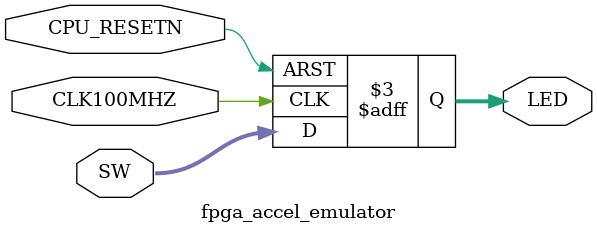
<source format=v>
`timescale 1ns / 1ps
module fpga_accel_emulator (
    input wire CLK100MHZ,
    input wire CPU_RESETN,
    input wire [7:0] SW,
    output reg [7:0] LED
);
    always @(posedge CLK100MHZ or negedge CPU_RESETN) begin
        if (!CPU_RESETN) begin
            LED <= 8'b0;
        end else begin
            LED <= SW;
        end
    end
endmodule

</source>
